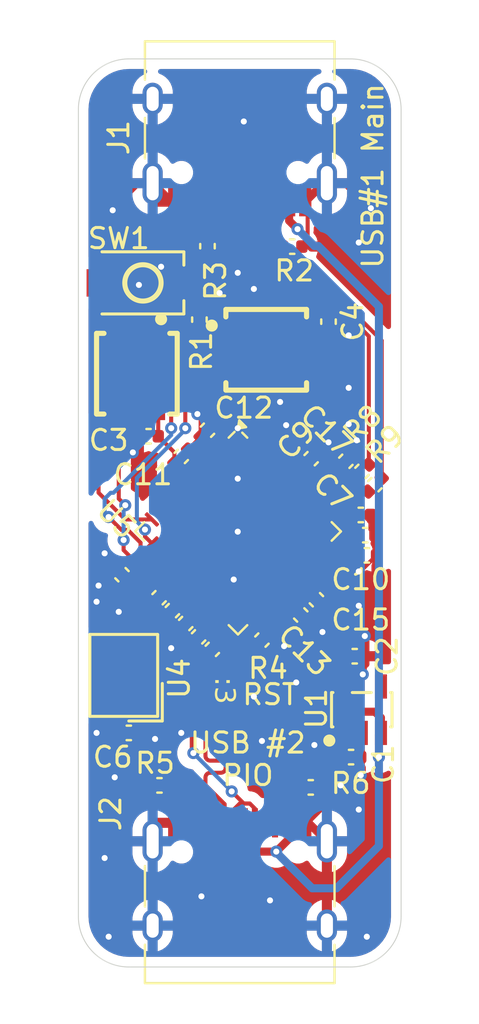
<source format=kicad_pcb>
(kicad_pcb (version 20241229) (generator "pcbnew") (generator_version "9.0")
  (layers (0 "F.Cu" signal) (2 "B.Cu" signal) (13 "F.Paste" user) (15 "B.Paste" user) (5 "F.SilkS" user "F.Silkscreen") (7 "B.SilkS" user "B.Silkscreen") (1 "F.Mask" user) (3 "B.Mask" user) (25 "Edge.Cuts" user))
  (net 0 "")
  (net 1 "QSPI_SD3")
  (net 2 "GND")
  (net 3 "QSPI_SD1")
  (net 4 "QSPI_SD0")
  (net 5 "XIN")
  (net 6 "+3V3")
  (net 7 "QSPI_SCLK")
  (net 8 "QSPI_SD2")
  (net 9 "+1V1")
  (net 10 "SPI_CLK")
  (net 11 "RUN")
  (net 12 "SPI_IO0")
  (net 13 "SWCLK")
  (net 14 "XOUT")
  (net 15 "SPI_IO1")
  (net 16 "Net-(J1-CC1)")
  (net 17 "QSPI_SS")
  (net 18 "SWD")
  (net 19 "VCC")
  (net 20 "MAIN_USB_D+")
  (net 21 "MAIN_USB_D-")
  (net 22 "SECONDARY_USB_D+")
  (net 23 "SECONDARY_USB_D-")
  (net 24 "Net-(J1-CC2)")
  (net 25 "Net-(J2-CC1)")
  (net 26 "Net-(J2-CC2)")
  (net 27 "Net-(C6-Pad2)")
  (net 28 "Net-(R1-Pad1)")
  (net 29 "Net-(U5-USB_DP)")
  (net 30 "Net-(U5-USB_DM)")
  (net 32 "SPI_CS")
  (net 57 "Net-(U5-GPIO16)")
  (net 58 "Net-(U5-GPIO17)")
  (footprint "Capacitor_SMD:C_0402_1005Metric" (layer "F.Cu") (at 104 126.7 45)
    (property "Reference" "R7" (hide yes))
    (property "Value" "1k")
  )
  (footprint "Capacitor_SMD:C_0402_1005Metric" (layer "F.Cu") (at 105.1 119.7 45)
    (property "Reference" "C11")
    (property "Value" "100nF")
  )
  (footprint "Capacitor_SMD:C_0402_1005Metric" (layer "F.Cu") (at 109.1 128.8 -135)
    (property "Reference" "R4")
    (property "Value" "0ohms")
  )
  (footprint "easyeda2kicad:SW-SMD_L3.9-W3.0-P4.45" (layer "F.Cu") (at 103.2 111.1 180)
    (property "Reference" "SW1")
    (property "Value" "SW_Push")
  )
  (footprint "Capacitor_SMD:C_0402_1005Metric" (layer "F.Cu") (at 111.8 126.8 -45)
    (property "Reference" "C15")
    (property "Value" "100nF")
  )
  (footprint "Capacitor_SMD:C_0402_1005Metric" (layer "F.Cu") (at 114.7 121.1 -135)
    (property "Reference" "R9")
    (property "Value" "22")
  )
  (footprint "easyeda2kicad:SOT-23-5_L3.0-W1.6-P0.95-LS2.8-BR" (layer "F.Cu") (at 114.05 132.25 -90)
    (property "Reference" "U1")
    (property "Value" "SPX3819M5-L-3-3")
  )
  (footprint "Capacitor_SMD:C_0402_1005Metric" (layer "F.Cu") (at 112.4 113.02 90)
    (property "Reference" "C4")
    (property "Value" "100nF")
  )
  (footprint "Capacitor_SMD:C_0402_1005Metric" (layer "F.Cu") (at 113.7 129.6)
    (property "Reference" "C2")
    (property "Value" "1uF")
  )
  (footprint "Capacitor_SMD:C_0402_1005Metric" (layer "F.Cu") (at 114.060589 120.439411 45)
    (property "Reference" "R8")
    (property "Value" "22")
  )
  (footprint "Capacitor_SMD:C_0402_1005Metric" (layer "F.Cu") (at 111.539411 119.810589 -135)
    (property "Reference" "C9")
    (property "Value" "1uF")
  )
  (footprint "Capacitor_SMD:C_0402_1005Metric" (layer "F.Cu") (at 106.4 118.4 -135)
    (property "Reference" "C12")
    (property "Value" "100nF")
  )
  (footprint "Capacitor_SMD:C_0402_1005Metric" (layer "F.Cu") (at 105.960589 128.639411 -135)
    (property "Reference" "R10" (hide yes))
    (property "Value" "22")
  )
  (footprint "Capacitor_SMD:C_0402_1005Metric" (layer "F.Cu") (at 114.3 124.6)
    (property "Reference" "C16" (hide yes))
    (property "Value" "100nF")
  )
  (footprint "Capacitor_SMD:C_0402_1005Metric" (layer "F.Cu") (at 110.6 109.3)
    (property "Reference" "R2")
    (property "Value" "5.1k")
  )
  (footprint "Capacitor_SMD:C_0402_1005Metric" (layer "F.Cu") (at 102.160589 125.560589 -45)
    (property "Reference" "C5" (hide yes))
    (property "Value" "15pF")
  )
  (footprint "Capacitor_SMD:C_0402_1005Metric" (layer "F.Cu") (at 104.660589 127.339411 -135)
    (property "Reference" "C14" (hide yes))
    (property "Value" "100nF")
  )
  (footprint "Capacitor_SMD:C_0402_1005Metric" (layer "F.Cu") (at 106.639411 129.260589 -135)
    (property "Reference" "R11" (hide yes))
    (property "Value" "22")
  )
  (footprint "Capacitor_SMD:C_0402_1005Metric" (layer "F.Cu") (at 106.4 109.28 90)
    (property "Reference" "R3")
    (property "Value" "5.1k")
  )
  (footprint "easyeda2kicad:XSON-8_L4.0-W4.0-P0.80-TL-EP" (layer "F.Cu") (at 109.3125 114.414967)
    (property "Reference" "U2" (hide yes))
    (property "Value" "W25Q64JVXGIQ")
  )
  (footprint "Capacitor_SMD:C_0402_1005Metric" (layer "F.Cu") (at 103.48 118.7 180)
    (property "Reference" "C3")
    (property "Value" "100nF")
  )
  (footprint "easyeda2kicad:XSON-8_L4.0-W4.0-P0.80-TL-EP" (layer "F.Cu") (at 102.9 115.6 -90)
    (property "Reference" "U3" (hide yes))
    (property "Value" "W25Q64JVXGIQ")
  )
  (footprint "Capacitor_SMD:C_0402_1005Metric" (layer "F.Cu") (at 114 122.6)
    (property "Reference" "C7")
    (property "Value" "100nF")
  )
  (footprint "Capacitor_SMD:C_0402_1005Metric" (layer "F.Cu") (at 113.260589 119.939411 45)
    (property "Reference" "C17")
    (property "Value" "100nF")
  )
  (footprint "Capacitor_SMD:C_0402_1005Metric" (layer "F.Cu") (at 102.5 133.4)
    (property "Reference" "C6")
    (property "Value" "15pF")
  )
  (footprint "Capacitor_SMD:C_0402_1005Metric" (layer "F.Cu") (at 111.52 136.1 180)
    (property "Reference" "R6")
    (property "Value" "5.1k")
  )
  (footprint "Capacitor_SMD:C_0402_1005Metric" (layer "F.Cu") (at 106 112.92 -90)
    (property "Reference" "R1")
    (property "Value" "1k")
  )
  (footprint "Capacitor_SMD:C_0402_1005Metric" (layer "F.Cu") (at 114.22 123.6)
    (property "Reference" "C10")
    (property "Value" "1uF")
  )
  (footprint "Capacitor_SMD:C_0402_1005Metric" (layer "F.Cu") (at 111.025 127.555 -45)
    (property "Reference" "C13")
    (property "Value" "100nF")
  )
  (footprint "Connector_USB:USB_C_Receptacle_HRO_TYPE-C-31-M-12" (layer "F.Cu") (at 108 141.9)
    (property "Reference" "J2")
    (property "Value" "USB_C_Receptacle_USB2.0_14P")
  )
  (footprint "Capacitor_SMD:C_0402_1005Metric" (layer "F.Cu") (at 113.52 134.6)
    (property "Reference" "C1")
    (property "Value" "1uF")
  )
  (footprint "Connector_USB:USB_C_Receptacle_HRO_TYPE-C-31-M-12" (layer "F.Cu") (at 108 103.029 180)
    (property "Reference" "J1")
    (property "Value" "USB_C_Receptacle_USB2.0_14P")
  )
  (footprint "Capacitor_SMD:C_0402_1005Metric" (layer "F.Cu") (at 105.321178 127.978822 -135)
    (property "Reference" "C8" (hide yes))
    (property "Value" "100nF")
  )
  (footprint "Package_DFN_QFN:QFN-56-1EP_7x7mm_P0.4mm_EP3.2x3.2mm" (layer "F.Cu") (at 107.912214 123.415742 -45)
    (property "Reference" "U5")
    (property "Value" "RP2040")
  )
  (footprint "easyeda2kicad:CRYSTAL-SMD_4P-L3.2-W2.5-BL" (layer "F.Cu") (at 102.25 130.55 90)
    (property "Reference" "U4")
    (property "Value" "ABM8-272-T3_C20625731")
  )
  (footprint "Capacitor_SMD:C_0402_1005Metric" (layer "F.Cu") (at 104.02 136 180)
    (property "Reference" "R5")
    (property "Value" "5.1k")
  )
  (gr_line (start 116 102.5) (end 116 142.5) (stroke (width 0.05)) (layer "Edge.Cuts"))
  (gr_arc (start 116 142.5) (mid 115.267767 144.267767) (end 113.5 145) (stroke (width 0.05)) (layer "Edge.Cuts"))
  (gr_arc (start 100 102.5) (mid 100.732233 100.732233) (end 102.5 100) (stroke (width 0.05)) (layer "Edge.Cuts"))
  (gr_line (start 102.5 100) (end 113.5 100) (stroke (width 0.05)) (layer "Edge.Cuts"))
  (gr_arc (start 102.5 145) (mid 100.732233 144.267767) (end 100 142.5) (stroke (width 0.05)) (layer "Edge.Cuts"))
  (gr_arc (start 113.5 100) (mid 115.267767 100.732233) (end 116 102.5) (stroke (width 0.05)) (layer "Edge.Cuts"))
  (gr_line (start 113.5 145) (end 102.5 145) (stroke (width 0.05)) (layer "Edge.Cuts"))
  (gr_line (start 100 142.5) (end 100 102.5) (stroke (width 0.05)) (layer "Edge.Cuts"))
  (gr_text "RST" (at 109.5 131.5 0) (layer "F.SilkS") (effects (font (size 1 1))))
  (gr_text ":3" (at 107.2 131.3 270) (layer "F.SilkS") (effects (font (size 1 1))))
  (gr_text "USB#1 Main" (at 114.6 105.8 90) (layer "F.SilkS") (effects (font (size 1 1))))
  (gr_text "USB #2\nPIO" (at 108.4 134.7 0) (layer "F.SilkS") (effects (font (size 1 1))))
  (segment (start 111.8125 114.014967) (end 112.3145 114.516967) (width 0.2) (layer "F.Cu") (net 1))
  (segment (start 112.3145 114.516967) (end 112.3145 118.164927) (width 0.2) (layer "F.Cu") (net 1))
  (segment (start 109.918629 120.560798) (end 110.297125 120.182302) (width 0.2) (layer "F.Cu") (net 1))
  (segment (start 112.3145 118.164927) (end 109.918629 120.560798) (width 0.2) (layer "F.Cu") (net 1))
  (segment (start 110.297125 120.182302) (end 110.298541 120.182302) (width 0.2) (layer "F.Cu") (net 1))
  (segment (start 111.2125 114.014967) (end 111.8125 114.014967) (width 0.2) (layer "F.Cu") (net 1))
  (segment (start 104.774428 125.139315) (end 105.113743 124.8) (width 0.2) (layer "F.Cu") (net 2))
  (segment (start 112.1 128.4) (end 111.87 128.4) (width 0.2) (layer "F.Cu") (net 2))
  (segment (start 101 126.1) (end 101 126.042356) (width 0.2) (layer "F.Cu") (net 2))
  (segment (start 112.1 128.4) (end 112.1 127.178822) (width 0.2) (layer "F.Cu") (net 2))
  (segment (start 104.495932 125.417811) (end 104.774428 125.139315) (width 0.2) (layer "F.Cu") (net 2))
  (segment (start 104.6 129.2) (end 103.35 129.2) (width 0.2) (layer "F.Cu") (net 2))
  (segment (start 106.060589 117.760589) (end 105.9 117.6) (width 0.2) (layer "F.Cu") (net 2))
  (segment (start 113.98 125.4) (end 114.78 124.6) (width 0.2) (layer "F.Cu") (net 2))
  (segment (start 111.87 128.4) (end 111.364411 127.894411) (width 0.2) (layer "F.Cu") (net 2))
  (segment (start 103.68 138.77) (end 103.835 138.77) (width 0.2) (layer "F.Cu") (net 2))
  (segment (start 101.979822 125.201) (end 103.933135 125.201) (width 0.2) (layer "F.Cu") (net 2))
  (segment (start 100.9 126.9) (end 101.821178 125.978822) (width 0.2) (layer "F.Cu") (net 2))
  (segment (start 114.78 123.62) (end 114.76 123.6) (width 0.2) (layer "F.Cu") (net 2))
  (segment (start 104.6 128.7) (end 104.981767 128.318233) (width 0.2) (layer "F.Cu") (net 2))
  (segment (start 113.4 116.3) (end 113.4 118.1) (width 0.2) (layer "F.Cu") (net 2))
  (segment (start 114 135.5) (end 114 134.6) (width 0.4) (layer "F.Cu") (net 2))
  (segment (start 100.9 133.4) (end 100.9 132.15) (width 0.2) (layer "F.Cu") (net 2))
  (segment (start 101.821178 125.978822) (end 101.821178 125.221178) (width 0.2) (layer "F.Cu") (net 2))
  (segment (start 101.7 114.4) (end 102.9 115.6) (width 0.2) (layer "F.Cu") (net 2))
  (segment (start 104.6 129.2) (end 104.6 127.957644) (width 0.2) (layer "F.Cu") (net 2))
  (segment (start 112.32 142.95) (end 103.68 142.95) (width 0.4) (layer "F.Cu") (net 2))
  (segment (start 112.165 106.159) (end 111.25 107.074) (width 0.4) (layer "F.Cu") (net 2))
  (segment (start 103.68 142.95) (end 103.68 138.77) (width 0.4) (layer "F.Cu") (net 2))
  (segment (start 106.527956 124.8) (end 107.9 123.427956) (width 0.2) (layer "F.Cu") (net 2))
  (segment (start 111.878822 119.471178) (end 111.928822 119.471178) (width 0.2) (layer "F.Cu") (net 2))
  (segment (start 105.113743 124.8) (end 106.527956 124.8) (width 0.2) (layer "F.Cu") (net 2))
  (segment (start 112.32 136.52) (end 112.32 138.77) (width 0.2) (layer "F.Cu") (net 2))
  (segment (start 107.9 118.3) (end 107.9 120.8) (width 0.2) (layer "F.Cu") (net 2))
  (segment (start 104.6 129.2) (end 104.6 128.7) (width 0.2) (layer "F.Cu") (net 2))
  (segment (start 113.8 118.5) (end 113.4 118.1) (width 0.2) (layer "F.Cu") (net 2))
  (segment (start 112.32 106.159) (end 112.165 106.159) (width 0.4) (layer "F.Cu") (net 2))
  (segment (start 104.149946 125.417811) (end 104.495932 125.417811) (width 0.2) (layer "F.Cu") (net 2))
  (segment (start 106.060589 118.739411) (end 105.439411 119.360589) (width 0.2) (layer "F.Cu") (net 2))
  (segment (start 104.321178 127.678822) (end 104.342356 127.678822) (width 0.2) (layer "F.Cu") (net 2))
  (segment (start 114 133.45) (end 114.05 133.4) (width 0.4) (layer "F.Cu") (net 2))
  (segment (start 113.6 119.1) (end 113.8 118.9) (width 0.2) (layer "F.Cu") (net 2))
  (segment (start 104.6 127.957644) (end 104.321178 127.678822) (width 0.2) (layer "F.Cu") (net 2))
  (segment (start 107.4125 115.614967) (end 108.1125 115.614967) (width 0.2) (layer "F.Cu") (net 2))
  (segment (start 111.7 134) (end 112 134.3) (width 0.4) (layer "F.Cu") (net 2))
  (segment (start 112 134.3) (end 112 135.4) (width 0.4) (layer "F.Cu") (net 2))
  (segment (start 114.1 129.635) (end 114.25 129.485) (width 0.4) (layer "F.Cu") (net 2))
  (segment (start 101.3 124.7) (end 101.821178 125.221178) (width 0.2) (layer "F.Cu") (net 2))
  (segment (start 100.9 132.15) (end 101.4 131.65) (width 0.2) (layer "F.Cu") (net 2))
  (segment (start 111.405 137.855) (end 112.32 138.77) (width 0.4) (layer "F.Cu") (net 2))
  (segment (start 114.78 124.6) (end 114.78 123.62) (width 0.2) (layer "F.Cu") (net 2))
  (segment (start 104.595 107.074) (end 103.68 106.159) (width 0.4) (layer "F.Cu") (net 2))
  (segment (start 113.4 113.54) (end 113.4 113.7) (width 0.2) (layer "F.Cu") (net 2))
  (segment (start 114.18 129.6) (end 114.18 128.62) (width 0.2) (layer "F.Cu") (net 2))
  (segment (start 112 137.105) (end 111.25 137.855) (width 0.4) (layer "F.Cu") (net 2))
  (segment (start 102.7 119) (end 103 118.7) (width 0.2) (layer "F.Cu") (net 2))
  (segment (start 111.365999 109.014001) (end 111.365999 107.189999) (width 0.2) (layer "F.Cu") (net 2))
  (segment (start 100.9 133.4) (end 102.02 133.4) (width 0.2) (layer "F.Cu") (net 2))
  (segment (start 103.68 106.159) (end 103.041 106.159) (width 0.2) (layer "F.Cu") (net 2))
  (segment (start 104.342356 127.678822) (end 104.981767 128.318233) (width 0.2) (layer "F.Cu") (net 2))
  (segment (start 112 135.4) (end 112 136.1) (width 0.2) (layer "F.Cu") (net 2))
  (segment (start 112 135.4) (end 112 137.105) (width 0.4) (layer "F.Cu") (net 2))
  (segment (start 114 134.6) (end 114 133.45) (width 0.4) (layer "F.Cu") (net 2))
  (segment (start 101.4 132.78) (end 102.02 133.4) (width 0.2) (layer "F.Cu") (net 2))
  (segment (start 110 117) (end 109.3125 116.3125) (width 0.2) (layer "F.Cu") (net 2))
  (segment (start 112.32 138.77) (end 112.165 138.77) (width 0.2) (layer "F.Cu") (net 2))
  (segment (start 112.1 127.178822) (end 112.139411 127.139411) (width 0.2) (layer "F.Cu") (net 2))
  (segment (start 112.32 106.159) (end 112.32 101.979) (width 0.4) (layer "F.Cu") (net 2))
  (segment (start 102.7 119.5) (end 102.7 119) (width 0.2) (layer "F.Cu") (net 2))
  (segment (start 107.9 123.427956) (end 107.912214 123.415742) (width 0.2) (layer "F.Cu") (net 2))
  (segment (start 103.933135 125.201) (end 104.149946 125.417811) (width 0.2) (layer "F.Cu") (net 2))
  (segment (start 110.2 129.1) (end 110.078822 129.1) (width 0.2) (layer "F.Cu") (net 2))
  (segment (start 110.078822 129.1) (end 109.439411 128.460589) (width 0.2) (layer "F.Cu") (net 2))
  (segment (start 103.041 106.159) (end 101.7 107.5) (width 0.2) (layer "F.Cu") (net 2))
  (segment (start 103.35 129.2) (end 103.1 129.45) (width 0.2) (layer "F.Cu") (net 2))
  (segment (start 113.9 125.4) (end 113.98 125.4) (width 0.2) (layer "F.Cu") (net 2))
  (segment (start 111.25 137.855) (end 111.405 137.855) (width 0.4) (layer "F.Cu") (net 2))
  (segment (start 112.32 106.159) (end 113.259 106.159) (width 0.4) (layer "F.Cu") (net 2))
  (segment (start 112 136.2) (end 112.32 136.52) (width 0.2) (layer "F.Cu") (net 2))
  (segment (start 101.3 124.5) (end 101.3 124.7) (width 0.2) (layer "F.Cu") (net 2))
  (segment (start 114.48 123.32) (end 114.76 123.6) (width 0.2) (layer "F.Cu") (net 2))
  (segment (start 111.928822 119.471178) (end 112.4 119) (width 0.2) (layer "F.Cu") (net 2))
  (segment (start 109.215967 116.215967) (end 108.0135 116.215967) (width 0.2) (layer "F.Cu") (net 2))
  (segment (start 103.68 101.979) (end 112.32 101.979) (width 0.2) (layer "F.Cu") (net 2))
  (segment (start 111.08 109.3) (end 111.365999 109.014001) (width 0.2) (layer "F.Cu") (net 2))
  (segment (start 101.7 113.7) (end 101.7 114.4) (width 0.2) (layer "F.Cu") (net 2))
  (segment (start 101.4 131.65) (end 101.4 132.78) (width 0.2) (layer "F.Cu") (net 2))
  (segment (start 104.75 107.074) (end 104.595 107.074) (width 0.4) (layer "F.Cu") (net 2))
  (segment (start 108.1125 115.614967) (end 109.3125 114.414967) (width 0.2) (layer "F.Cu") (net 2))
  (segment (start 112 136.1) (end 112 136.2) (width 0.2) (layer "F.Cu") (net 2))
  (segment (start 112.4 112.54) (end 113.4 113.54) (width 0.2) (layer "F.Cu") (net 2))
  (segment (start 110 117) (end 109.215967 116.215967) (width 0.2) (layer "F.Cu") (net 2))
  (segment (start 113.4 113.7) (end 113.4 116.3) (width 0.2) (layer "F.Cu") (net 2))
  (segment (start 101.839411 125.060589) (end 101.979822 125.201) (width 0.2) (layer "F.Cu") (net 2))
  (segment (start 110.3 117.3) (end 110 117) (width 0.2) (layer "F.Cu") (net 2))
  (segment (start 110.3 118.15) (end 110.3 117.3) (width 0.2) (layer "F.Cu") (net 2))
  (segment (start 113.6 119.6) (end 113.6 119.1) (width 0.2) (layer "F.Cu") (net 2))
  (segment (start 113.8 118.9) (end 113.8 118.5) (width 0.2) (layer "F.Cu") (net 2))
  (segment (start 114.18 128.62) (end 114.2 128.6) (width 0.2) (layer "F.Cu") (net 2))
  (segment (start 109.3125 116.3125) (end 109.3125 114.414967) (width 0.2) (layer "F.Cu") (net 2))
  (segment (start 111.25 107.074) (end 111.25 107.65) (width 0.2) (layer "F.Cu") (net 2))
  (segment (start 108.0135 116.215967) (end 107.4125 115.614967) (width 0.2) (layer "F.Cu") (net 2))
  (segment (start 106.060589 118.739411) (end 106.060589 117.760589) (width 0.2) (layer "F.Cu") (net 2))
  (segment (start 111.365999 107.189999) (end 111.25 107.074) (width 0.2) (layer "F.Cu") (net 2))
  (segment (start 103.68 106.159) (end 103.68 101.979) (width 0.4) (layer "F.Cu") (net 2))
  (segment (start 114.1 130.5) (end 114.1 129.635) (width 0.4) (layer "F.Cu") (net 2))
  (segment (start 101 126.042356) (end 101.821178 125.221178) (width 0.2) (layer "F.Cu") (net 2))
  (segment (start 113.259 106.159) (end 114.5 107.4) (width 0.4) (layer "F.Cu") (net 2))
  (segment (start 112.1 136) (end 112 136.1) (width 0.2) (layer "F.Cu") (net 2))
  (segment (start 113 136) (end 112.1 136) (width 0.2) (layer "F.Cu") (net 2))
  (segment (start 114.48 122.6) (end 114.48 123.32) (width 0.2) (layer "F.Cu") (net 2))
  (via (at 109.5 141.7) (size 0.6) (drill 0.3) (layers "F.Cu" "B.Cu") (net 2))
  (via (at 111.7 134) (size 0.6) (drill 0.3) (layers "F.Cu" "B.Cu") (net 2))
  (via (at 114.1 130.5) (size 0.6) (drill 0.3) (layers "F.Cu" "B.Cu") (net 2))
  (via (at 109.1 133.8) (size 0.6) (drill 0.3) (layers "F.Cu" "B.Cu") (net 2))
  (via (at 108.7 131.6) (size 0.6) (drill 0.3) (layers "F.Cu" "B.Cu") (net 2))
  (via (at 113.9 109.1) (size 0.6) (drill 0.3) (layers "F.Cu" "B.Cu") (net 2))
  (via (at 110.8 130.9) (size 0.6) (drill 0.3) (layers "F.Cu" "B.Cu") (net 2))
  (via (at 105.1 133.4) (size 0.6) (drill 0.3) (layers "F.Cu" "B.Cu") (net 2))
  (via (at 110 117) (size 0.6) (drill 0.3) (layers "F.Cu" "B.Cu") (net 2))
  (via (at 108.2 103.1) (size 0.6) (drill 0.3) (layers "F.Cu" "B.Cu") (net 2))
  (via (at 103.8 133.7) (size 0.6) (drill 0.3) (layers "F.Cu" "B.Cu") (net 2))
  (via (at 113 136) (size 0.6) (drill 0.3) (layers "F.Cu" "B.Cu") (net 2))
  (via (at 107.9 123.427956) (size 0.6) (drill 0.3) (layers "F.Cu" "B.Cu") (net 2))
  (via (at 114 135.5) (size 0.6) (drill 0.3) (layers "F.Cu" "B.Cu") (net 2))
  (via (at 112.4 119) (size 0.6) (drill 0.3) (layers "F.Cu" "B.Cu") (net 2))
  (via (at 103 111.2) (size 0.6) (drill 0.3) (layers "F.Cu" "B.Cu") (net 2))
  (via (at 107.7 125.8) (size 0.6) (drill 0.3) (layers "F.Cu" "B.Cu") (net 2))
  (via (at 107.9 118.3) (size 0.6) (drill 0.3) (layers "F.Cu" "B.Cu") (net 2))
  (via (at 101.3 139.6) (size 0.6) (drill 0.3) (layers "F.Cu" "B.Cu") (net 2))
  (via (at 113.4 116.3) (size 0.6) (drill 0.3) (layers "F.Cu" "B.Cu") (net 2))
  (via (at 108.7 111.4) (size 0.6) (drill 0.3) (layers "F.Cu" "B.Cu") (net 2))
  (via (at 113.9 127.1) (size 0.6) (drill 0.3) (layers "F.Cu" "B.Cu") (net 2))
  (via (at 101.5 143.5) (size 0.6) (drill 0.3) (layers "F.Cu" "B.Cu") (net 2))
  (via (at 107 111.6) (size 0.6) (drill 0.3) (layers "F.Cu" "B.Cu") (net 2))
  (via (at 101 126.1) (size 0.6) (drill 0.3) (layers "F.Cu" "B.Cu") (net 2))
  (via (at 100.9 133.4) (size 0.6) (drill 0.3) (layers "F.Cu" "B.Cu") (net 2))
  (via (at 105.9 117.6) (size 0.6) (drill 0.3) (layers "F.Cu" "B.Cu") (net 2))
  (via (at 112.1 128.4) (size 0.6) (drill 0.3) (layers "F.Cu" "B.Cu") (net 2))
  (via (at 104.6 129.2) (size 0.6) (drill 0.3) (layers "F.Cu" "B.Cu") (net 2))
  (via (at 114.5 107.4) (size 0.6) (drill 0.3) (layers "F.Cu" "B.Cu") (net 2))
  (via (at 101.3 124.5) (size 0.6) (drill 0.3) (layers "F.Cu" "B.Cu") (net 2))
  (via (at 114.3 143.5) (size 0.6) (drill 0.3) (layers "F.Cu" "B.Cu") (net 2))
  (via (at 110.2 129.1) (size 0.6) (drill 0.3) (layers "F.Cu" "B.Cu") (net 2))
  (via (at 107.9 110.6) (size 0.6) (drill 0.3) (layers "F.Cu" "B.Cu") (net 2))
  (via (at 107.9 120.8) (size 0.6) (drill 0.3) (layers "F.Cu" "B.Cu") (net 2))
  (via (at 101.7 107.5) (size 0.6) (drill 0.3) (layers "F.Cu" "B.Cu") (net 2))
  (via (at 113.4 118.1) (size 0.6) (drill 0.3) (layers "F.Cu" "B.Cu") (net 2))
  (via (at 104.1 110.3) (size 0.6) (drill 0.3) (layers "F.Cu" "B.Cu") (net 2))
  (via (at 113.4 113.7) (size 0.6) (drill 0.3) (layers "F.Cu" "B.Cu") (net 2))
  (via (at 102 127.4) (size 0.6) (drill 0.3) (layers "F.Cu" "B.Cu") (net 2))
  (via (at 106.1 141.5) (size 0.6) (drill 0.3) (layers "F.Cu" "B.Cu") (net 2))
  (via (at 110.3 118.15) (size 0.6) (drill 0.3) (layers "F.Cu" "B.Cu") (net 2))
  (via (at 113.9 125.4) (size 0.6) (drill 0.3) (layers "F.Cu" "B.Cu") (net 2))
  (via (at 101.8 135.6) (size 0.6) (drill 0.3) (layers "F.Cu" "B.Cu") (net 2))
  (via (at 113.8 118.9) (size 0.6) (drill 0.3) (layers "F.Cu" "B.Cu") (net 2))
  (via (at 113.9 137.2) (size 0.6) (drill 0.3) (layers "F.Cu" "B.Cu") (net 2))
  (via (at 102.7 119.5) (size 0.6) (drill 0.3) (layers "F.Cu" "B.Cu") (net 2))
  (via (at 114.2 128.6) (size 0.6) (drill 0.3) (layers "F.Cu" "B.Cu") (net 2))
  (via (at 100.9 126.9) (size 0.6) (drill 0.3) (layers "F.Cu" "B.Cu") (net 2))
  (segment (start 101.3 126.7) (end 101.3 124.5) (width 0.2) (layer "B.Cu") (net 2))
  (segment (start 102 127.4) (end 101.4 127.4) (width 0.2) (layer "B.Cu") (net 2))
  (segment (start 101.4 127.4) (end 100.9 126.9) (width 0.2) (layer "B.Cu") (net 2))
  (segment (start 102 127.4) (end 101.3 126.7) (width 0.2) (layer "B.Cu") (net 2))
  (segment (start 106.3105 116.380404) (end 107.131096 117.201) (width 0.2) (layer "F.Cu") (net 3))
  (segment (start 109.299 117.8661) (end 109.299 118.916271) (width 0.2) (layer "F.Cu") (net 3))
  (segment (start 106.3105 114.714967) (end 106.3105 116.380404) (width 0.2) (layer "F.Cu") (net 3))
  (segment (start 109.299 118.916271) (end 109.165755 119.049516) (width 0.2) (layer "F.Cu") (net 3))
  (segment (start 107.4125 114.014967) (end 107.0105 114.014967) (width 0.2) (layer "F.Cu") (net 3))
  (segment (start 109.165755 119.049516) (end 109.165755 119.050932) (width 0.2) (layer "F.Cu") (net 3))
  (segment (start 107.131096 117.201) (end 108.6339 117.201) (width 0.2) (layer "F.Cu") (net 3))
  (segment (start 107.0105 114.014967) (end 106.3105 114.714967) (width 0.2) (layer "F.Cu") (net 3))
  (segment (start 108.6339 117.201) (end 109.299 117.8661) (width 0.2) (layer "F.Cu") (net 3))
  (segment (start 109.165755 119.050932) (end 108.787259 119.429428) (width 0.2) (layer "F.Cu") (net 3))
  (segment (start 111.2125 115.614967) (end 111.2125 118.135557) (width 0.2) (layer "F.Cu") (net 4))
  (segment (start 111.2125 118.135557) (end 109.352944 119.995113) (width 0.2) (layer "F.Cu") (net 4))
  (segment (start 104.681785 125.797642) (end 105.05727 125.422157) (width 0.2) (layer "F.Cu") (net 5))
  (segment (start 101.4 129.17) (end 101.4 129.57) (width 0.2) (layer "F.Cu") (net 5))
  (segment (start 101.4 129.45) (end 101.4 127) (width 0.2) (layer "F.Cu") (net 5))
  (segment (start 102.602358 125.797642) (end 104.681785 125.797642) (width 0.2) (layer "F.Cu") (net 5))
  (segment (start 100.945 130.025) (end 101.4 129.57) (width 0.2) (layer "F.Cu") (net 5))
  (segment (start 102.5 125.9) (end 102.602358 125.797642) (width 0.2) (layer "F.Cu") (net 5))
  (segment (start 101.4 127) (end 102.5 125.9) (width 0.2) (layer "F.Cu") (net 5))
  (segment (start 112.921178 120.278822) (end 112.057092 120.278822) (width 0.2) (layer "F.Cu") (net 6))
  (segment (start 111.406717 123.093283) (end 110.388661 122.075228) (width 0.2) (layer "F.Cu") (net 6))
  (segment (start 113.1 131.1) (end 113.1 124) (width 0.4) (layer "F.Cu") (net 6))
  (segment (start 113.1 131.1) (end 113.1 130.74) (width 0.2) (layer "F.Cu") (net 6))
  (segment (start 112.505 123.405) (end 112.181371 123.405) (width 0.4) (layer "F.Cu") (net 6))
  (segment (start 113.001 119.334914) (end 111.538029 120.797885) (width 0.2) (layer "F.Cu") (net 6))
  (segment (start 112.849972 118.600029) (end 113.001 118.751057) (width 0.2) (layer "F.Cu") (net 6))
  (segment (start 110.388661 122.215235) (end 110.388661 121.786408) (width 0.2) (layer "F.Cu") (net 6))
  (segment (start 111.538029 120.797885) (end 112.057092 120.278822) (width 0.2) (layer "F.Cu") (net 6))
  (segment (start 103.96 117.64) (end 104.1 117.5) (width 0.2) (layer "F.Cu") (net 6))
  (segment (start 112.7155 118.465557) (end 112.849972 118.600029) (width 0.2) (layer "F.Cu") (net 6))
  (segment (start 105 126.610799) (end 105.622956 125.987843) (width 0.2) (layer "F.Cu") (net 6))
  (segment (start 105 127) (end 105 126.610799) (width 0.2) (layer "F.Cu") (net 6))
  (segment (start 113.82 124.6) (end 113.7 124.6) (width 0.2) (layer "F.Cu") (net 6))
  (segment (start 113.8 123.6) (end 112.957831 123.6) (width 0.2) (layer "F.Cu") (net 6))
  (segment (start 112.7155 113.9655) (end 112.7155 117) (width 0.2) (layer "F.Cu") (net 6))
  (segment (start 110.685589 127.215589) (end 110.297848 127.215589) (width 0.2) (layer "F.Cu") (net 6))
  (segment (start 110.388661 121.786408) (end 111.377184 120.797885) (width 0.2) (layer "F.Cu") (net 6))
  (segment (start 112.559867 125.685133) (end 112.559867 124.38644) (width 0.2) (layer "F.Cu") (net 6))
  (segment (start 111.460589 126.460589) (end 111.784411 126.460589) (width 0.2) (layer "F.Cu") (net 6))
  (segment (start 112.181371 122.82354) (end 111.899236 122.541405) (width 0.2) (layer "F.Cu") (net 6))
  (segment (start 112.4 113.65) (end 112.7155 113.9655) (width 0.2) (layer "F.Cu") (net 6))
  (segment (start 104.760589 119.500589) (end 103.96 118.7) (width 0.2) (layer "F.Cu") (net 6))
  (segment (start 111.2125 113.214967) (end 112.114967 113.214967) (width 0.2) (layer "F.Cu") (net 6))
  (segment (start 113.1 124) (end 112.505 123.405) (width 0.4) (layer "F.Cu") (net 6))
  (segment (start 104.774428 121.574428) (end 104.774428 121.692169) (width 0.2) (layer "F.Cu") (net 6))
  (segment (start 111.656717 123.343283) (end 111.506717 123.193283) (width 0.2) (layer "F.Cu") (net 6))
  (segment (start 113.001 118.751057) (end 113.001 119.248943) (width 0.2) (layer "F.Cu") (net 6))
  (segment (start 112.4 113.5) (end 112.4 113.65) (width 0.2) (layer "F.Cu") (net 6))
  (segment (start 111.87646 122.82354) (end 111.506717 123.193283) (width 0.2) (layer "F.Cu") (net 6))
  (segment (start 104.495931 121.413672) (end 104.495931 120.304069) (width 0.2) (layer "F.Cu") (net 6))
  (segment (start 111.836713 123.663287) (end 110.388661 122.215235) (width 0.2) (layer "F.Cu") (net 6))
  (segment (start 112.17646 122.82354) (end 111.656717 123.343283) (width 0.2) (layer "F.Cu") (net 6))
  (segment (start 112.286713 124.113287) (end 111.836713 123.663287) (width 0.2) (layer "F.Cu") (net 6))
  (segment (start 111.538029 120.797885) (end 111.377184 120.797885) (width 0.2) (layer "F.Cu") (net 6))
  (segment (start 112.181371 122.82354) (end 111.87646 122.82354) (width 0.2) (layer "F.Cu") (net 6))
  (segment (start 111.718433 123.405) (end 111.656717 123.343283) (width 0.2) (layer "F.Cu") (net 6))
  (segment (start 112.559867 124.38644) (end 112.181371 124.007944) (width 0.2) (layer "F.Cu") (net 6))
  (segment (start 111.506717 123.193283) (end 111.406717 123.093283) (width 0.2) (layer "F.Cu") (net 6))
  (segment (start 110.388661 121.222138) (end 110.484315 121.126484) (width 0.2) (layer "F.Cu") (net 6))
  (segment (start 112.181371 123.405) (end 112.181371 122.82354) (width 0.2) (layer "F.Cu") (net 6))
  (segment (start 111.784411 126.460589) (end 112.559867 125.685133) (width 0.2) (layer "F.Cu") (net 6))
  (segment (start 111.406717 123.093283) (end 111.406717 123.033924) (width 0.2) (layer "F.Cu") (net 6))
  (segment (start 112.181371 123.318629) (end 111.836713 123.663287) (width 0.2) (layer "F.Cu") (net 6))
  (segment (start 113.7 124.6) (end 113.1 124) (width 0.2) (layer "F.Cu") (net 6))
  (segment (start 112.181371 122.82354) (end 112.181371 123.318629) (width 0.2) (layer "F.Cu") (net 6))
  (segment (start 112.114967 113.214967) (end 112.4 113.5) (width 0.2) (layer "F.Cu") (net 6))
  (segment (start 112.181371 124.007944) (end 112.181371 123.405) (width 0.2) (layer "F.Cu") (net 6))
  (segment (start 106.739411 118.060589) (end 106.739411 118.565984) (width 0.2) (layer "F.Cu") (net 6))
  (segment (start 106.739411 118.565984) (end 107.320012 119.146585) (width 0.2) (layer "F.Cu") (net 6))
  (segment (start 111.406717 123.033924) (end 111.899236 122.541405) (width 0.2) (layer "F.Cu") (net 6))
  (segment (start 112.7155 117) (end 112.7155 118.465557) (width 0.2) (layer "F.Cu") (net 6))
  (segment (start 110.484315 121.126484) (end 110.76645 121.408619) (width 0.2) (layer "F.Cu") (net 6))
  (segment (start 110.388661 122.075228) (end 110.388661 121.222138) (width 0.2) (layer "F.Cu") (net 6))
  (segment (start 112.181371 124.007944) (end 112.286713 124.113287) (width 0.2) (layer "F.Cu") (net 6))
  (segment (start 111.377184 120.797885) (end 110.76645 121.408619) (width 0.2) (layer "F.Cu") (net 6))
  (segment (start 112.181371 122.82354) (end 112.17646 122.82354) (width 0.2) (layer "F.Cu") (net 6))
  (segment (start 103.96 118.7) (end 103.96 117.64) (width 0.2) (layer "F.Cu") (net 6))
  (segment (start 104.495931 120.304069) (end 104.760589 120.039411) (width 0.2) (layer "F.Cu") (net 6))
  (segment (start 112.181371 123.405) (end 111.718433 123.405) (width 0.2) (layer "F.Cu") (net 6))
  (segment (start 112.957831 123.6) (end 112.181371 122.82354) (width 0.2) (layer "F.Cu") (net 6))
  (segment (start 104.760589 120.039411) (end 104.760589 119.500589) (width 0.2) (layer "F.Cu") (net 6))
  (segment (start 104.774428 121.692169) (end 104.495931 121.413672) (width 0.2) (layer "F.Cu") (net 6))
  (segment (start 110.297848 127.215589) (end 109.635787 126.553528) (width 0.2) (layer "F.Cu") (net 6))
  (segment (start 111.9135 115.113967) (end 111.9135 118.000243) (width 0.2) (layer "F.Cu") (net 7))
  (segment (start 111.2125 114.814967) (end 111.6145 114.814967) (width 0.2) (layer "F.Cu") (net 7))
  (segment (start 111.6145 114.814967) (end 111.9135 115.113967) (width 0.2) (layer "F.Cu") (net 7))
  (segment (start 111.9135 118.000243) (end 109.635787 120.277956) (width 0.2) (layer "F.Cu") (net 7))
  (segment (start 106.7115 116.214304) (end 107.297196 116.8) (width 0.2) (layer "F.Cu") (net 8))
  (segment (start 109.7 119.082371) (end 109.070101 119.71227) (width 0.2) (layer "F.Cu") (net 8))
  (segment (start 107.0105 114.814967) (end 106.7115 115.113967) (width 0.2) (layer "F.Cu") (net 8))
  (segment (start 109.7 117.7) (end 109.7 119.082371) (width 0.2) (layer "F.Cu") (net 8))
  (segment (start 108.8 116.8) (end 109.7 117.7) (width 0.2) (layer "F.Cu") (net 8))
  (segment (start 107.297196 116.8) (end 108.8 116.8) (width 0.2) (layer "F.Cu") (net 8))
  (segment (start 106.7115 115.113967) (end 106.7115 116.214304) (width 0.2) (layer "F.Cu") (net 8))
  (segment (start 107.4125 114.814967) (end 107.0105 114.814967) (width 0.2) (layer "F.Cu") (net 8))
  (segment (start 111.2 120.15) (end 110.938053 120.411947) (width 0.2) (layer "F.Cu") (net 9))
  (segment (start 110.938053 120.411947) (end 110.635996 120.411947) (width 0.2) (layer "F.Cu") (net 9))
  (segment (start 105.627302 126.549183) (end 105.905799 126.270686) (width 0.2) (layer "F.Cu") (net 9))
  (segment (start 112.799358 121.879358) (end 111.992767 121.879358) (width 0.2) (layer "F.Cu") (net 9))
  (segment (start 110.635996 120.411947) (end 110.65 120.411947) (width 0.2) (layer "F.Cu") (net 9))
  (segment (start 113.52 122.6) (end 112.799358 121.879358) (width 0.2) (layer "F.Cu") (net 9))
  (segment (start 111.992767 121.880774) (end 111.615686 122.257855) (width 0.2) (layer "F.Cu") (net 9))
  (segment (start 110.635996 120.411947) (end 110.633166 120.411947) (width 0.2) (layer "F.Cu") (net 9))
  (segment (start 111.992767 121.879358) (end 111.992767 121.880774) (width 0.2) (layer "F.Cu") (net 9))
  (segment (start 110.633166 120.411947) (end 110.201472 120.843641) (width 0.2) (layer "F.Cu") (net 9))
  (segment (start 105.627302 127.606124) (end 105.627302 126.549183) (width 0.2) (layer "F.Cu") (net 9))
  (segment (start 105.660589 127.639411) (end 105.627302 127.606124) (width 0.2) (layer "F.Cu") (net 9))
  (segment (start 103.882371 124.9) (end 104.208742 124.573629) (width 0.2) (layer "F.Cu") (net 10))
  (segment (start 102.5 117.7) (end 102.5 117.5) (width 0.2) (layer "F.Cu") (net 10))
  (segment (start 102.241215 124.341215) (end 102.8 124.9) (width 0.2) (layer "F.Cu") (net 10))
  (segment (start 102.241215 123.841215) (end 102.241215 124.341215) (width 0.2) (layer "F.Cu") (net 10))
  (segment (start 102.001 121.793893) (end 102.001 118.199) (width 0.2) (layer "F.Cu") (net 10))
  (segment (start 102.324161 122.117054) (end 102.001 121.793893) (width 0.2) (layer "F.Cu") (net 10))
  (segment (start 102.8 124.9) (end 103.882371 124.9) (width 0.2) (layer "F.Cu") (net 10))
  (segment (start 102.001 118.199) (end 102.5 117.7) (width 0.2) (layer "F.Cu") (net 10))
  (via (at 102.324161 122.117054) (size 0.6) (drill 0.3) (layers "F.Cu" "B.Cu") (net 10))
  (via (at 102.241215 123.841215) (size 0.6) (drill 0.3) (layers "F.Cu" "B.Cu") (net 10))
  (segment (start 102.324161 122.117054) (end 102.241215 122.2) (width 0.2) (layer "B.Cu") (net 10))
  (segment (start 102.241215 122.2) (end 102.241215 123.841215) (width 0.2) (layer "B.Cu") (net 10))
  (segment (start 106.754327 127.119214) (end 107.032824 126.840717) (width 0.2) (layer "F.Cu") (net 11))
  (segment (start 107.881351 128.181351) (end 108.5 128.8) (width 0.2) (layer "F.Cu") (net 11))
  (segment (start 107.378808 126.840717) (end 107.881351 127.34326) (width 0.2) (layer "F.Cu") (net 11))
  (segment (start 108.5 128.8) (end 108.5 128.878822) (width 0.2) (layer "F.Cu") (net 11))
  (segment (start 107.881351 127.34326) (end 107.881351 128.181351) (width 0.2) (layer "F.Cu") (net 11))
  (segment (start 107.032824 126.840717) (end 107.378808 126.840717) (width 0.2) (layer "F.Cu") (net 11))
  (segment (start 108.5 128.878822) (end 108.760589 129.139411) (width 0.2) (layer "F.Cu") (net 11))
  (segment (start 102.32354 122.82354) (end 103.643057 122.82354) (width 0.2) (layer "F.Cu") (net 12))
  (segment (start 101 118.2) (end 101 121.5) (width 0.2) (layer "F.Cu") (net 12))
  (segment (start 101 121.5) (end 102.32354 122.82354) (width 0.2) (layer "F.Cu") (net 12))
  (segment (start 101.7 117.5) (end 101 118.2) (width 0.2) (layer "F.Cu") (net 12))
  (segment (start 104.823935 126.221178) (end 105.340113 125.705) (width 0.2) (layer "F.Cu") (net 14))
  (segment (start 104.178822 126.221178) (end 104.823935 126.221178) (width 0.2) (layer "F.Cu") (net 14))
  (segment (start 104.700002 113.298002) (end 104.501 113.099) (width 0.2) (layer "F.Cu") (net 15))
  (segment (start 103.3 113.498) (end 103.3 113.7) (width 0.2) (layer "F.Cu") (net 15))
  (segment (start 103.699 113.099) (end 103.3 113.498) (width 0.2) (layer "F.Cu") (net 15))
  (segment (start 104.700002 113.6) (end 104.700002 113.298002) (width 0.2) (layer "F.Cu") (net 15))
  (segment (start 105.301003 114.201001) (end 105.301003 118.3) (width 0.2) (layer "F.Cu") (net 15))
  (segment (start 104.700002 113.6) (end 105.301003 114.201001) (width 0.2) (layer "F.Cu") (net 15))
  (segment (start 103.3 123.32354) (end 103.3 123.664887) (width 0.2) (layer "F.Cu") (net 15))
  (segment (start 104.501 113.099) (end 103.699 113.099) (width 0.2) (layer "F.Cu") (net 15))
  (segment (start 103.3 123.664887) (end 103.643057 124.007944) (width 0.2) (layer "F.Cu") (net 15))
  (via (at 105.301003 118.3) (size 0.6) (drill 0.3) (layers "F.Cu" "B.Cu") (net 15))
  (via (at 103.3 123.32354) (size 0.6) (drill 0.3) (layers "F.Cu" "B.Cu") (net 15))
  (segment (start 105.301003 118.36589) (end 102.899 120.767893) (width 0.2) (layer "B.Cu") (net 15))
  (segment (start 105.301003 118.3) (end 105.301003 118.36589) (width 0.2) (layer "B.Cu") (net 15))
  (segment (start 102.899 122.92254) (end 103.3 123.32354) (width 0.2) (layer "B.Cu") (net 15))
  (segment (start 102.899 120.767893) (end 102.899 122.92254) (width 0.2) (layer "B.Cu") (net 15))
  (segment (start 109.25 108.739) (end 109.811 109.3) (width 0.2) (layer "F.Cu") (net 16))
  (segment (start 109.25 107.074) (end 109.25 108.739) (width 0.2) (layer "F.Cu") (net 16))
  (segment (start 109.811 109.3) (end 110.12 109.3) (width 0.2) (layer "F.Cu") (net 16))
  (segment (start 107.4125 113.214967) (end 107.0105 113.214967) (width 0.2) (layer "F.Cu") (net 17))
  (segment (start 106.964996 117.602) (end 108.4678 117.602) (width 0.2) (layer "F.Cu") (net 17))
  (segment (start 108.898 118.0322) (end 108.898 118.751587) (width 0.2) (layer "F.Cu") (net 17))
  (segment (start 105.9095 114.315967) (end 105.9095 116.546504) (width 0.2) (layer "F.Cu") (net 17))
  (segment (start 106 113.4) (end 106.8 113.4) (width 0.2) (layer "F.Cu") (net 17))
  (segment (start 105.962734 114.262734) (end 105.9095 114.315967) (width 0.2) (layer "F.Cu") (net 17))
  (segment (start 108.898 118.751587) (end 108.503709 119.145878) (width 0.2) (layer "F.Cu") (net 17))
  (segment (start 108.4678 117.602) (end 108.898 118.0322) (width 0.2) (layer "F.Cu") (net 17))
  (segment (start 106.8 113.4) (end 106.812734 113.412734) (width 0.2) (layer "F.Cu") (net 17))
  (segment (start 107.0105 113.214967) (end 106.812734 113.412734) (width 0.2) (layer "F.Cu") (net 17))
  (segment (start 105.9095 116.546504) (end 106.964996 117.602) (width 0.2) (layer "F.Cu") (net 17))
  (segment (start 106.812734 113.412734) (end 105.962734 114.262734) (width 0.2) (layer "F.Cu") (net 17))
  (segment (start 106 114.225468) (end 105.962734 114.262734) (width 0.2) (layer "F.Cu") (net 17))
  (segment (start 106 113.4) (end 106 114.225468) (width 0.2) (layer "F.Cu") (net 17))
  (segment (start 105.55 106.28643) (end 106.80743 105.029) (width 0.4) (layer "F.Cu") (net 19))
  (segment (start 105.55 137.855) (end 105.55 138.55) (width 0.4) (layer "F.Cu") (net 19))
  (segment (start 114.702 132.35) (end 113.45 132.35) (width 0.4) (layer "F.Cu") (net 19))
  (segment (start 114.9 133.5) (end 115 133.4) (width 0.4) (layer "F.Cu") (net 19))
  (segment (start 110.45 106.28643) (end 110.45 107.074) (width 0.4) (layer "F.Cu") (net 19))
  (segment (start 105.55 107.074) (end 105.55 106.28643) (width 0.4) (layer "F.Cu") (net 19))
  (segment (start 105.55 138.55) (end 106.282 139.282) (width 0.4) (layer "F.Cu") (net 19))
  (segment (start 115 133.4) (end 115 132.648) (width 0.4) (layer "F.Cu") (net 19))
  (segment (start 110.45 108.020002) (end 110.45 107.074) (width 0.4) (layer "F.Cu") (net 19))
  (segment (start 109.19257 105.029) (end 110.45 106.28643) (width 0.4) (layer "F.Cu") (net 19))
  (segment (start 113.04 133.46) (end 113.1 133.4) (width 0.4) (layer "F.Cu") (net 19))
  (segment (start 113.1 132.7) (end 113.1 133.4) (width 0.4) (layer "F.Cu") (net 19))
  (segment (start 115 132.648) (end 114.702 132.35) (width 0.4) (layer "F.Cu") (net 19))
  (segment (start 106.80743 105.029) (end 109.19257 105.029) (width 0.4) (layer "F.Cu") (net 19))
  (segment (start 114.9 134.6) (end 114.9 133.5) (width 0.4) (layer "F.Cu") (net 19))
  (segment (start 113.04 134.6) (end 113.04 133.46) (width 0.4) (layer "F.Cu") (net 19))
  (segment (start 113.45 132.35) (end 113.1 132.7) (width 0.4) (layer "F.Cu") (net 19))
  (segment (start 106.282 139.282) (end 109.81057 139.282) (width 0.4) (layer "F.Cu") (net 19))
  (segment (start 110.45 138.64257) (end 110.45 137.855) (width 0.4) (layer "F.Cu") (net 19))
  (segment (start 109.81057 139.282) (end 110.45 138.64257) (width 0.4) (layer "F.Cu") (net 19))
  (segment (start 110.864999 108.435001) (end 110.45 108.020002) (width 0.4) (layer "F.Cu") (net 19))
  (via (at 114.9 134.6) (size 0.6) (drill 0.3) (layers "F.Cu" "B.Cu") (net 19))
  (via (at 109.81057 139.282) (size 0.6) (drill 0.3) (layers "F.Cu" "B.Cu") (net 19))
  (via (at 110.864999 108.435001) (size 0.6) (drill 0.3) (layers "F.Cu" "B.Cu") (net 19))
  (segment (start 111.59257 141.1) (end 109.81057 139.318) (width 0.4) (layer "B.Cu") (net 19))
  (segment (start 110.864999 108.435001) (end 111.7 109.270002) (width 0.4) (layer "B.Cu") (net 19))
  (segment (start 111.895002 109.270002) (end 114.9 112.275) (width 0.4) (layer "B.Cu") (net 19))
  (segment (start 114.9 112.275) (end 114.9 134.6) (width 0.4) (layer "B.Cu") (net 19))
  (segment (start 111.7 109.270002) (end 111.895002 109.270002) (width 0.4) (layer "B.Cu") (net 19))
  (segment (start 109.81057 139.318) (end 109.81057 139.282) (width 0.4) (layer "B.Cu") (net 19))
  (segment (start 114.9 139) (end 112.8 141.1) (width 0.4) (layer "B.Cu") (net 19))
  (segment (start 114.9 134.6) (end 114.9 139) (width 0.4) (layer "B.Cu") (net 19))
  (segment (start 112.8 141.1) (end 111.59257 141.1) (width 0.4) (layer "B.Cu") (net 19))
  (segment (start 112.715128 112.059) (end 114.4 113.743872) (width 0.2) (layer "F.Cu") (net 20))
  (segment (start 107.299 106.048) (end 108.201 106.048) (width 0.2) (layer "F.Cu") (net 20))
  (segment (start 107.25 107.074) (end 107.25 106.097) (width 0.2) (layer "F.Cu") (net 20))
  (segment (start 111.31 112.059) (end 112.715128 112.059) (width 0.2) (layer "F.Cu") (net 20))
  (segment (start 107.25 107.074) (end 107.25 107.999) (width 0.2) (layer "F.Cu") (net 20))
  (segment (start 107.25 106.097) (end 107.299 106.048) (width 0.2) (layer "F.Cu") (net 20))
  (segment (start 114.4 113.743872) (end 114.4 120.1) (width 0.2) (layer "F.Cu") (net 20))
  (segment (start 107.25 107.999) (end 111.31 112.059) (width 0.2) (layer "F.Cu") (net 20))
  (segment (start 108.201 106.048) (end 108.25 106.097) (width 0.2) (layer "F.Cu") (net 20))
  (segment (start 108.25 106.097) (end 108.25 107.074) (width 0.2) (layer "F.Cu") (net 20))
  (segment (start 110.892806 109.811) (end 109.711 109.811) (width 0.2) (layer "F.Cu") (net 21))
  (segment (start 107.75 107.074) (end 107.75 108.051) (width 0.2) (layer "F.Cu") (net 21))
  (segment (start 107.799 108.1) (end 108 108.1) (width 0.2) (layer "F.Cu") (net 21))
  (segment (start 107.75 108.051) (end 107.799 108.1) (width 0.2) (layer "F.Cu") (net 21))
  (segment (start 115.039411 120.760589) (end 115.039411 113.957605) (width 0.2) (layer "F.Cu") (net 21))
  (segment (start 108.701 108.1) (end 108.75 108.051) (width 0.2) (layer "F.Cu") (net 21))
  (segment (start 108.75 108.051) (end 108.75 107.074) (width 0.2) (layer "F.Cu") (net 21))
  (segment (start 109.711 109.811) (end 108 108.1) (width 0.2) (layer "F.Cu") (net 21))
  (segment (start 108 108.1) (end 108.701 108.1) (width 0.2) (layer "F.Cu") (net 21))
  (segment (start 115.039411 113.957605) (end 110.892806 109.811) (width 0.2) (layer "F.Cu") (net 21))
  (segment (start 108 136.9) (end 108.5 136.9) (width 0.2) (layer "F.Cu") (net 22))
  (segment (start 108.75 137.15) (end 108.5 136.9) (width 0.2) (layer "F.Cu") (net 22))
  (segment (start 107.75 137.855) (end 107.75 137.15) (width 0.2) (layer "F.Cu") (net 22))
  (segment (start 108.2 136.9) (end 108.5 136.9) (width 0.2) (layer "F.Cu") (net 22))
  (segment (start 105.621178 134.321178) (end 105.621178 128.978822) (width 0.2) (layer "F.Cu") (net 22))
  (segment (start 108.2 136.9) (end 107.6 136.3) (width 0.2) (layer "F.Cu") (net 22))
  (segment (start 108.75 137.855) (end 108.75 137.15) (width 0.2) (layer "F.Cu") (net 22))
  (segment (start 105.7 134.4) (end 105.621178 134.321178) (width 0.2) (layer "F.Cu") (net 22))
  (segment (start 107.75 137.15) (end 108 136.9) (width 0.2) (layer "F.Cu") (net 22))
  (segment (start 108 136.9) (end 108.2 136.9) (width 0.2) (layer "F.Cu") (net 22))
  (via (at 107.6 136.3) (size 0.6) (drill 0.3) (layers "F.Cu" "B.Cu") (net 22))
  (via (at 105.7 134.4) (size 0.6) (drill 0.3) (layers "F.Cu" "B.Cu") (net 22))
  (segment (start 108.7 136.81) (end 108.7 136.5) (width 0) (layer "B.Cu") (net 22))
  (segment (start 105.7 134.4) (end 107.6 136.3) (width 0.2) (layer "B.Cu") (net 22))
  (segment (start 107.25 137.855) (end 107.25 138.55) (width 0.2) (layer "F.Cu") (net 23))
  (segment (start 107.3 135.014708) (end 107.3 135.134708) (width 0.2) (layer "F.Cu") (net 23))
  (segment (start 107.5 138.8) (end 107.63847 138.8) (width 0.2) (layer "F.Cu") (net 23))
  (segment (start 106.54 134.774708) (end 107.06 134.774708) (width 0.2) (layer "F.Cu") (net 23))
  (segment (start 107.06 135.374708) (end 106.54 135.374708) (width 0.2) (layer "F.Cu") (net 23))
  (segment (start 107.302187 138.602187) (end 107.5 138.8) (width 0.2) (layer "F.Cu") (net 23))
  (segment (start 106.605114 132.888051) (end 106.605114 132.593165) (width 0.2) (layer "F.Cu") (net 23))
  (segment (start 108 138.8) (end 108.25 138.55) (width 0.2) (layer "F.Cu") (net 23))
  (segment (start 107.63847 138.8) (end 108 138.8) (width 0.2) (layer "F.Cu") (net 23))
  (segment (start 106.3 132.288051) (end 106.3 131.993165) (width 0.2) (layer "F.Cu") (net 23))
  (segment (start 106.3 135.614708) (end 106.3 135.734708) (width 0.2) (layer "F.Cu") (net 23))
  (segment (start 106.3 133.423968) (end 106.3 133.193165) (width 0.2) (layer "F.Cu") (net 23))
  (segment (start 107.25 136.93) (end 107.25 137.855) (width 0.2) (layer "F.Cu") (net 23))
  (segment (start 106.3 135.734708) (end 106.3 135.98) (width 0.2) (layer "F.Cu") (net 23))
  (segment (start 106.3 135.98) (end 107.25 136.93) (width 0.2) (layer "F.Cu") (net 23))
  (segment (start 106.3 133.654771) (end 106.3 133.423968) (width 0.2) (layer "F.Cu") (net 23))
  (segment (start 106.3 131.793921) (end 106.3 129.6) (width 0.2) (layer "F.Cu") (net 23))
  (segment (start 106.3 131.993165) (end 106.3 131.793921) (width 0.2) (layer "F.Cu") (net 23))
  (segment (start 108.25 138.55) (end 108.25 137.855) (width 0.2) (layer "F.Cu") (net 23))
  (segment (start 107.25 138.55) (end 107.302187 138.602187) (width 0.2) (layer "F.Cu") (net 23))
  (segment (start 106.3 133.654771) (end 106.3 134.534708) (width 0.2) (layer "F.Cu") (net 23))
  (arc (start 106.3 133.193165) (mid 106.344683 133.085291) (end 106.452557 133.040608) (width 0.2) (layer "F.Cu") (net 23))
  (arc (start 106.54 135.374708) (mid 106.370294 135.445002) (end 106.3 135.614708) (width 0.2) (layer "F.Cu") (net 23))
  (arc (start 106.452557 133.040608) (mid 106.560431 132.995925) (end 106.605114 132.888051) (width 0.2) (layer "F.Cu") (net 23))
  (arc (start 106.452557 132.440608) (mid 106.344683 132.395925) (end 106.3 132.288051) (width 0.2) (layer "F.Cu") (net 23))
  (arc (start 106.3 134.534708) (mid 106.370294 134.704414) (end 106.54 134.774708) (width 0.2) (layer "F.Cu") (net 23))
  (arc (start 107.3 135.134708) (mid 107.229706 135.304414) (end 107.06 135.374708) (width 0.2) (layer "F.Cu") (net 23))
  (arc (start 107.06 134.774708) (mid 107.229706 134.845002) (end 107.3 135.014708) (width 0.2) (layer "F.Cu") (net 23))
  (arc (start 106.605114 132.593165) (mid 106.560431 132.485291) (end 106.452557 132.440608) (width 0.2) (layer "F.Cu") (net 23))
  (segment (start 106.3 108.749) (end 106.3 107.124) (width 0.2) (layer "F.Cu") (net 24))
  (segment (start 106.3 107.124) (end 106.25 107.074) (width 0.2) (layer "F.Cu") (net 24))
  (segment (start 106.272 136.6) (end 106.75 137.078) (width 0.2) (layer "F.Cu") (net 25))
  (segment (start 105.1 136.6) (end 106.272 136.6) (width 0.2) (layer "F.Cu") (net 25))
  (segment (start 104.5 136) (end 105.1 136.6) (width 0.2) (layer "F.Cu") (net 25))
  (segment (start 106.75 137.078) (end 106.75 137.855) (width 0.2) (layer "F.Cu") (net 25))
  (segment (start 109.75 137.128) (end 109.75 137.855) (width 0.2) (layer "F.Cu") (net 26))
  (segment (start 110.778 136.1) (end 109.75 137.128) (width 0.2) (layer "F.Cu") (net 26))
  (segment (start 111.02 136.1) (end 110.778 136.1) (width 0.2) (layer "F.Cu") (net 26))
  (segment (start 102.299 130.849) (end 102.299 128.401) (width 0.2) (layer "F.Cu") (net 27))
  (segment (start 102.98 131.77) (end 103.1 131.65) (width 0.2) (layer "F.Cu") (net 27))
  (segment (start 102.299 128.401) (end 103.660589 127.039411) (width 0.2) (layer "F.Cu") (net 27))
  (segment (start 102.98 133.4) (end 102.98 131.77) (width 0.2) (layer "F.Cu") (net 27))
  (segment (start 103.1 131.65) (end 102.299 130.849) (width 0.2) (layer "F.Cu") (net 27))
  (segment (start 106 111.72) (end 105.38 111.1) (width 0.2) (layer "F.Cu") (net 28))
  (segment (start 106 112.44) (end 106 111.72) (width 0.2) (layer "F.Cu") (net 28))
  (segment (start 111.664811 121.077358) (end 111.05 121.692169) (width 0.2) (layer "F.Cu") (net 29))
  (segment (start 113.422642 121.077358) (end 111.664811 121.077358) (width 0.2) (layer "F.Cu") (net 29))
  (segment (start 113.721178 120.778822) (end 113.422642 121.077358) (width 0.2) (layer "F.Cu") (net 29))
  (segment (start 114.360589 121.439411) (end 114.321642 121.478358) (width 0.2) (layer "F.Cu") (net 30))
  (segment (start 111.711339 121.593686) (end 111.711339 121.596516) (width 0.2) (layer "F.Cu") (net 30))
  (segment (start 111.826667 121.478358) (end 111.711339 121.593686) (width 0.2) (layer "F.Cu") (net 30))
  (segment (start 114.321642 121.478358) (end 111.826667 121.478358) (width 0.2) (layer "F.Cu") (net 30))
  (segment (start 111.711339 121.596516) (end 111.332843 121.975012) (width 0.2) (layer "F.Cu") (net 30))
  (segment (start 104.1 113.748) (end 104.601 114.249) (width 0.2) (layer "F.Cu") (net 32))
  (segment (start 103.301418 124.569283) (end 103.647404 124.569283) (width 0.2) (layer "F.Cu") (net 32))
  (segment (start 102.133107 123.340215) (end 102.448736 123.340215) (width 0.2) (layer "F.Cu") (net 32))
  (segment (start 104.1 113.7) (end 104.1 113.748) (width 0.2) (layer "F.Cu") (net 32))
  (segment (start 103.081718 124.349583) (end 103.301418 124.569283) (width 0.2) (layer "F.Cu") (net 32))
  (segment (start 101.496446 122.703554) (end 102.133107 123.340215) (width 0.2) (layer "F.Cu") (net 32))
  (segment (start 103.081718 123.973197) (end 103.081718 124.349583) (width 0.2) (layer "F.Cu") (net 32))
  (segment (start 102.448736 123.340215) (end 103.081718 123.973197) (width 0.2) (layer "F.Cu") (net 32))
  (segment (start 104.601 114.249) (end 104.601 118.3) (width 0.2) (layer "F.Cu") (net 32))
  (segment (start 103.647404 124.569283) (end 103.9259 124.290787) (width 0.2) (layer "F.Cu") (net 32))
  (via (at 104.601 118.3) (size 0.6) (drill 0.3) (layers "F.Cu" "B.Cu") (net 32))
  (via (at 101.496446 122.703554) (size 0.6) (drill 0.3) (layers "F.Cu" "B.Cu") (net 32))
  (segment (start 101.741215 121.5) (end 104.601 118.640215) (width 0.2) (layer "B.Cu") (net 32))
  (segment (start 104.601 118.640215) (end 104.601 118.3) (width 0.2) (layer "B.Cu") (net 32))
  (segment (start 101.741215 121.5) (end 101.6 121.5) (width 0.2) (layer "B.Cu") (net 32))
  (segment (start 101.6 121.5) (end 101.3 121.8) (width 0.2) (layer "B.Cu") (net 32))
  (segment (start 101.3 122.507108) (end 101.496446 122.703554) (width 0.2) (layer "B.Cu") (net 32))
  (segment (start 101.3 121.8) (end 101.3 122.507108) (width 0.2) (layer "B.Cu") (net 32))
  (segment (start 106.3 128.139225) (end 107.037169 127.402056) (width 0.2) (layer "F.Cu") (net 57))
  (segment (start 106.3 128.3) (end 106.3 128.139225) (width 0.2) (layer "F.Cu") (net 57))
  (segment (start 106.978822 128.921178) (end 106.978822 128.026089) (width 0.2) (layer "F.Cu") (net 58))
  (segment (start 106.978822 128.026089) (end 107.320012 127.684899) (width 0.2) (layer "F.Cu") (net 58))
  (zone (net 2) (net_name "GND") (layers "F.Cu" "B.Cu") (connect_pads (clearance 0.5)) (min_thickness 0.25) (fill yes (thermal_gap 0.5) (thermal_bridge_width 0.5))
    (polygon (pts (xy 100.05 145.05) (xy 116 145.05) (xy 116 100) (xy 100.05 100)))
  )
)
</source>
